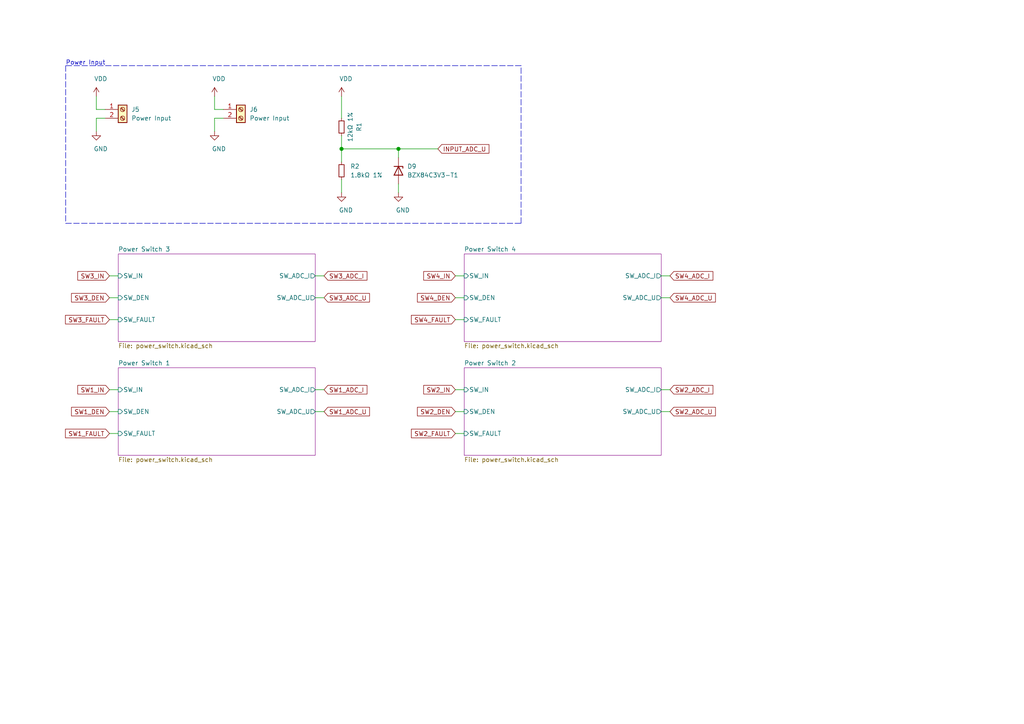
<source format=kicad_sch>
(kicad_sch (version 20201015) (generator eeschema)
  (page 1 7)
  (paper "A4")
  (title_block (date "2020-11-09") (rev "v0.1") (comment 4 "Author: Stefan Agner"))
  (lib_symbols
    (symbol "Connector:Screw_Terminal_01x02" (pin_names (offset 1.016) hide)
      (property "Reference" "J" (at 0 2.54 0))
      (property "Value" "Screw_Terminal_01x02" (at 0 -5.08 0))
      (symbol "Screw_Terminal_01x02_1_1"
        (circle (center 0 -2.54) (radius 0.635) (stroke (width 0.1524)))
        (circle (center 0 0) (radius 0.635) (stroke (width 0.1524)))
        (rectangle (start -1.27 1.27) (end 1.27 -3.81) (stroke (width 0.254)) (fill (type background)))
        (polyline (pts (xy -0.5334 -2.2098) (xy 0.3302 -3.048)) (stroke (width 0.1524)))
        (polyline (pts (xy -0.5334 0.3302) (xy 0.3302 -0.508)) (stroke (width 0.1524)))
        (polyline (pts (xy -0.3556 -2.032) (xy 0.508 -2.8702)) (stroke (width 0.1524)))
        (polyline (pts (xy -0.3556 0.508) (xy 0.508 -0.3302)) (stroke (width 0.1524)))
        (pin passive line (at -5.08 0 0) (length 3.81) (name "Pin_1") (number "1"))
        (pin passive line (at -5.08 -2.54 0) (length 3.81) (name "Pin_2") (number "2"))
      )
    )
    (symbol "Device:R_Small" (pin_numbers hide) (pin_names (offset 0.254) hide)
      (property "Reference" "R" (at 0.762 0.508 0))
      (property "Value" "R_Small" (at 0.762 -1.016 0))
      (symbol "R_Small_0_1"
        (rectangle (start -0.762 1.778) (end 0.762 -1.778) (stroke (width 0.2032)))
      )
      (symbol "R_Small_1_1"
        (pin passive line (at 0 2.54 270) (length 0.762) (name "~") (number "1"))
        (pin passive line (at 0 -2.54 90) (length 0.762) (name "~") (number "2"))
      )
    )
    (symbol "Diode:DZ2S033X0L" (pin_numbers hide) (pin_names (offset 1.016) hide)
      (property "Reference" "D" (at 0 2.54 0))
      (property "Value" "DZ2S033X0L" (at 0 -2.54 0))
      (symbol "DZ2S033X0L_0_1"
        (polyline (pts (xy 1.27 0) (xy -1.27 0)))
        (polyline (pts (xy -1.27 -1.27) (xy -1.27 1.27) (xy -0.762 1.27)) (stroke (width 0.254)))
        (polyline (pts (xy 1.27 -1.27) (xy 1.27 1.27) (xy -1.27 0) (xy 1.27 -1.27)) (stroke (width 0.254)))
      )
      (symbol "DZ2S033X0L_1_1"
        (pin passive line (at -3.81 0 0) (length 2.54) (name "K") (number "1"))
        (pin passive line (at 3.81 0 180) (length 2.54) (name "A") (number "2"))
      )
    )
    (symbol "power:GND" (power) (pin_names (offset 0))
      (property "Value" "GND" (at 0 -3.81 0))
      (symbol "GND_0_1"
        (polyline (pts (xy 0 0) (xy 0 -1.27) (xy 1.27 -1.27) (xy 0 -2.54) (xy -1.27 -1.27) (xy 0 -1.27)))
      )
      (symbol "GND_1_1"
        (pin power_in line (at 0 0 270) (length 0) hide (name "GND") (number "1"))
      )
    )
    (symbol "power:VDD" (power) (pin_names (offset 0))
      (property "Value" "VDD" (at 0 3.81 0))
      (symbol "VDD_0_1"
        (polyline (pts (xy -0.762 1.27) (xy 0 2.54)))
        (polyline (pts (xy 0 0) (xy 0 2.54)))
        (polyline (pts (xy 0 2.54) (xy 0.762 1.27)))
      )
      (symbol "VDD_1_1"
        (pin power_in line (at 0 0 90) (length 0) hide (name "VDD") (number "1"))
      )
    )
  )
  (junction (at 99.06 43.18) (diameter 1.016))
  (junction (at 115.57 43.18) (diameter 1.016))
  (wire (pts (xy 27.94 27.94) (xy 27.94 31.75)))
  (wire (pts (xy 27.94 34.29) (xy 30.48 34.29)))
  (wire (pts (xy 27.94 38.1) (xy 27.94 34.29)))
  (wire (pts (xy 30.48 31.75) (xy 27.94 31.75)))
  (wire (pts (xy 31.75 80.01) (xy 34.29 80.01)))
  (wire (pts (xy 31.75 86.36) (xy 34.29 86.36)))
  (wire (pts (xy 31.75 92.71) (xy 34.29 92.71)))
  (wire (pts (xy 31.75 113.03) (xy 34.29 113.03)))
  (wire (pts (xy 31.75 119.38) (xy 34.29 119.38)))
  (wire (pts (xy 31.75 125.73) (xy 34.29 125.73)))
  (wire (pts (xy 62.23 27.94) (xy 62.23 31.75)))
  (wire (pts (xy 62.23 34.29) (xy 64.77 34.29)))
  (wire (pts (xy 62.23 38.1) (xy 62.23 34.29)))
  (wire (pts (xy 64.77 31.75) (xy 62.23 31.75)))
  (wire (pts (xy 91.44 80.01) (xy 93.98 80.01)))
  (wire (pts (xy 91.44 86.36) (xy 93.98 86.36)))
  (wire (pts (xy 91.44 113.03) (xy 93.98 113.03)))
  (wire (pts (xy 91.44 119.38) (xy 93.98 119.38)))
  (wire (pts (xy 99.06 27.94) (xy 99.06 34.29)))
  (wire (pts (xy 99.06 39.37) (xy 99.06 43.18)))
  (wire (pts (xy 99.06 43.18) (xy 99.06 46.99)))
  (wire (pts (xy 99.06 43.18) (xy 115.57 43.18)))
  (wire (pts (xy 99.06 52.07) (xy 99.06 55.88)))
  (wire (pts (xy 115.57 43.18) (xy 115.57 45.72)))
  (wire (pts (xy 115.57 43.18) (xy 127 43.18)))
  (wire (pts (xy 115.57 53.34) (xy 115.57 55.88)))
  (wire (pts (xy 132.08 80.01) (xy 134.62 80.01)))
  (wire (pts (xy 132.08 86.36) (xy 134.62 86.36)))
  (wire (pts (xy 132.08 92.71) (xy 134.62 92.71)))
  (wire (pts (xy 132.08 113.03) (xy 134.62 113.03)))
  (wire (pts (xy 132.08 119.38) (xy 134.62 119.38)))
  (wire (pts (xy 132.08 125.73) (xy 134.62 125.73)))
  (wire (pts (xy 191.77 80.01) (xy 194.31 80.01)))
  (wire (pts (xy 191.77 86.36) (xy 194.31 86.36)))
  (wire (pts (xy 191.77 113.03) (xy 194.31 113.03)))
  (wire (pts (xy 191.77 119.38) (xy 194.31 119.38)))
  (polyline (pts (xy 19.05 19.05) (xy 19.05 64.77)) (stroke (width 0) (type dash)))
  (polyline (pts (xy 19.05 64.77) (xy 151.13 64.77)) (stroke (width 0) (type dash)))
  (polyline (pts (xy 151.13 19.05) (xy 19.05 19.05)) (stroke (width 0) (type dash)))
  (polyline (pts (xy 151.13 64.77) (xy 151.13 19.05)) (stroke (width 0) (type dash)))
  (text "Power Input" (at 19.05 19.05 0) (effects (font (size 1.27 1.27)) (justify left bottom)))
  (global_label "SW3_IN" (shape input) (at 31.75 80.01 180))
  (global_label "SW3_DEN" (shape input) (at 31.75 86.36 180))
  (global_label "SW3_FAULT" (shape input) (at 31.75 92.71 180))
  (global_label "SW1_IN" (shape input) (at 31.75 113.03 180))
  (global_label "SW1_DEN" (shape input) (at 31.75 119.38 180))
  (global_label "SW1_FAULT" (shape input) (at 31.75 125.73 180))
  (global_label "SW3_ADC_I" (shape input) (at 93.98 80.01 0))
  (global_label "SW3_ADC_U" (shape input) (at 93.98 86.36 0))
  (global_label "SW1_ADC_I" (shape input) (at 93.98 113.03 0))
  (global_label "SW1_ADC_U" (shape input) (at 93.98 119.38 0))
  (global_label "INPUT_ADC_U" (shape input) (at 127 43.18 0))
  (global_label "SW4_IN" (shape input) (at 132.08 80.01 180))
  (global_label "SW4_DEN" (shape input) (at 132.08 86.36 180))
  (global_label "SW4_FAULT" (shape input) (at 132.08 92.71 180))
  (global_label "SW2_IN" (shape input) (at 132.08 113.03 180))
  (global_label "SW2_DEN" (shape input) (at 132.08 119.38 180))
  (global_label "SW2_FAULT" (shape input) (at 132.08 125.73 180))
  (global_label "SW4_ADC_I" (shape input) (at 194.31 80.01 0))
  (global_label "SW4_ADC_U" (shape input) (at 194.31 86.36 0))
  (global_label "SW2_ADC_I" (shape input) (at 194.31 113.03 0))
  (global_label "SW2_ADC_U" (shape input) (at 194.31 119.38 0))
  (symbol (lib_id "power:VDD") (at 27.94 27.94 0) (unit 1)
    (property "Reference" "#PWR071" (effects hide))
    (property "Value" "VDD (5-24V)" (at 29.21 22.86 0))
  )
  (symbol (lib_id "power:VDD") (at 62.23 27.94 0) (unit 1)
    (property "Reference" "#PWR072" (effects hide))
    (property "Value" "VDD (5-24V)" (at 63.5 22.86 0))
  )
  (symbol (lib_id "power:VDD") (at 99.06 27.94 0) (unit 1)
    (property "Reference" "#PWR01" (effects hide))
    (property "Value" "VDD (5-24V)" (at 100.33 22.86 0))
  )
  (symbol (lib_id "power:GND") (at 27.94 38.1 0) (unit 1)
    (property "Reference" "#PWR012" (effects hide))
    (property "Value" "GND" (at 29.21 43.18 0))
  )
  (symbol (lib_id "power:GND") (at 62.23 38.1 0) (unit 1)
    (property "Reference" "#PWR073" (effects hide))
    (property "Value" "GND" (at 63.5 43.18 0))
  )
  (symbol (lib_id "power:GND") (at 99.06 55.88 0) (unit 1)
    (property "Reference" "#PWR02" (effects hide))
    (property "Value" "GND" (at 100.33 60.96 0))
  )
  (symbol (lib_id "power:GND") (at 115.57 55.88 0) (unit 1)
    (property "Reference" "#PWR013" (effects hide))
    (property "Value" "GND" (at 116.84 60.96 0))
  )
  (symbol (lib_id "Device:R_Small") (at 99.06 36.83 0) (unit 1)
    (property "Reference" "R1" (at 104.14 36.83 90))
    (property "Value" "12kΩ 1%" (at 101.6 36.83 90))
    (property "Footprint" "Resistor_SMD:R_0603_1608Metric" (effects hide))
  )
  (symbol (lib_id "Device:R_Small") (at 99.06 49.53 0) (unit 1)
    (property "Reference" "R2" (at 101.6 48.26 0) (effects (justify left)))
    (property "Value" "1.8kΩ 1%" (at 101.6 50.8 0) (effects (justify left)))
    (property "Footprint" "Resistor_SMD:R_0603_1608Metric" (effects hide))
  )
  (symbol (lib_id "Diode:DZ2S033X0L") (at 115.57 49.53 270) (unit 1)
    (property "Reference" "D9" (at 118.11 48.26 90) (effects (justify left)))
    (property "Value" "BZX84C3V3-T1" (at 118.11 50.8 90) (effects (justify left)))
    (property "Footprint" "Diode_SMD:D_SOT-23_ANK" (effects hide))
    (property "Datasheet" "https://industrial.panasonic.com/content/data/SC/ds/ds4/DZ2S03300L_E.pdf" (effects hide))
  )
  (symbol (lib_id "Connector:Screw_Terminal_01x02") (at 35.56 31.75 0) (unit 1)
    (property "Reference" "J5" (at 38.1 31.75 0) (effects (justify left)))
    (property "Value" "Power Input" (at 38.1 34.29 0) (effects (justify left)))
    (property "Footprint" "TerminalBlock_RND:TerminalBlock_RND_205-00045_1x02_P5.00mm_Horizontal" (effects hide))
  )
  (symbol (lib_id "Connector:Screw_Terminal_01x02") (at 69.85 31.75 0) (unit 1)
    (property "Reference" "J6" (at 72.39 31.75 0) (effects (justify left)))
    (property "Value" "Power Input" (at 72.39 34.29 0) (effects (justify left)))
    (property "Footprint" "TerminalBlock_RND:TerminalBlock_RND_205-00045_1x02_P5.00mm_Horizontal" (effects hide))
  )
  (sheet (at 34.29 106.68) (size 57.15 25.4) (stroke (width 0.001) (color 132 0 132 1)) (fill (color 255 255 255 0.0000))
    (property "Sheet name" "Power Switch 1" (at 34.29 106.0441 0) (effects (justify left bottom)))
    (property "Sheet file" "power_switch.kicad_sch" (at 34.29 132.5889 0) (effects (justify left top)))
    (pin "SW_IN" input (at 34.29 113.03 180))
    (pin "SW_DEN" input (at 34.29 119.38 180))
    (pin "SW_FAULT" input (at 34.29 125.73 180))
    (pin "SW_ADC_I" output (at 91.44 113.03 0))
    (pin "SW_ADC_U" output (at 91.44 119.38 0))
  )
  (sheet (at 134.62 106.68) (size 57.15 25.4) (stroke (width 0.001) (color 132 0 132 1)) (fill (color 255 255 255 0.0000))
    (property "Sheet name" "Power Switch 2" (at 134.62 106.044 0) (effects (justify left bottom)))
    (property "Sheet file" "power_switch.kicad_sch" (at 134.62 132.5889 0) (effects (justify left top)))
    (pin "SW_IN" input (at 134.62 113.03 180))
    (pin "SW_DEN" input (at 134.62 119.38 180))
    (pin "SW_FAULT" input (at 134.62 125.73 180))
    (pin "SW_ADC_I" output (at 191.77 113.03 0))
    (pin "SW_ADC_U" output (at 191.77 119.38 0))
  )
  (sheet (at 34.29 73.66) (size 57.15 25.4) (stroke (width 0.001) (color 132 0 132 1)) (fill (color 255 255 255 0.0000))
    (property "Sheet name" "Power Switch 3" (at 34.29 73.024 0) (effects (justify left bottom)))
    (property "Sheet file" "power_switch.kicad_sch" (at 34.29 99.5689 0) (effects (justify left top)))
    (pin "SW_IN" input (at 34.29 80.01 180))
    (pin "SW_DEN" input (at 34.29 86.36 180))
    (pin "SW_FAULT" input (at 34.29 92.71 180))
    (pin "SW_ADC_I" output (at 91.44 80.01 0))
    (pin "SW_ADC_U" output (at 91.44 86.36 0))
  )
  (sheet (at 134.62 73.66) (size 57.15 25.4) (stroke (width 0.001) (color 132 0 132 1)) (fill (color 255 255 255 0.0000))
    (property "Sheet name" "Power Switch 4" (at 134.62 73.024 0) (effects (justify left bottom)))
    (property "Sheet file" "power_switch.kicad_sch" (at 134.62 99.5689 0) (effects (justify left top)))
    (pin "SW_IN" input (at 134.62 80.01 180))
    (pin "SW_DEN" input (at 134.62 86.36 180))
    (pin "SW_FAULT" input (at 134.62 92.71 180))
    (pin "SW_ADC_I" output (at 191.77 80.01 0))
    (pin "SW_ADC_U" output (at 191.77 86.36 0))
  )
)
</source>
